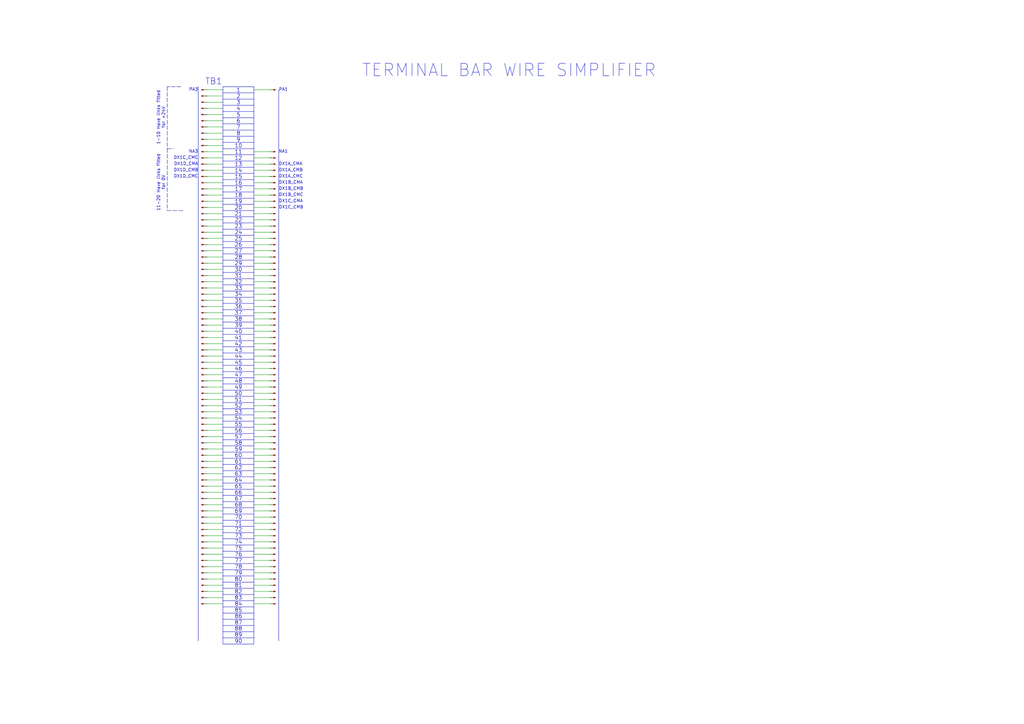
<source format=kicad_sch>
(kicad_sch (version 20250114) (generator "eeschema") (generator_version "9.0")
  (paper "A3")
  (rectangle (start 91.44 35.56) (end 104.14 264.16))
  (text "NA1" (at 114.3 62.23 0) (effects (font (size 1.27 1.27)) (justify left)))
  (text "DX1C_CMB" (at 114.3 85.09 0) (effects (font (size 1.27 1.27)) (justify left)))
  (text "DX1D_CMA" (at 81.28 67.31 0) (effects (font (size 1.27 1.27)) (justify right)))
  (text "DX1A_CMA" (at 114.3 67.31 0) (effects (font (size 1.27 1.27)) (justify left)))
  (text "DX1D_CMB" (at 81.28 69.85 0) (effects (font (size 1.27 1.27)) (justify right)))
  (text "DX1D_CMC" (at 81.28 72.39 0) (effects (font (size 1.27 1.27)) (justify right)))
  (text "11-20 Have links fitted\nfor 0V" (at 66.04 74.93 90) (effects (font (size 1.27 1.27))))
  (text "DX1A_CMC" (at 114.3 72.39 0) (effects (font (size 1.27 1.27)) (justify left)))
  (text "DX1B_CMB" (at 114.3 77.47 0) (effects (font (size 1.27 1.27)) (justify left)))
  (text "1-10 Have links fitted\nfor +24V" (at 66.04 48.26 90) (effects (font (size 1.27 1.27))))
  (text "PA1" (at 114.3 36.83 0) (effects (font (size 1.27 1.27)) (justify left)))
  (text "NA3" (at 81.28 62.23 0) (effects (font (size 1.27 1.27)) (justify right)))
  (text "DX1C_CMC" (at 81.28 64.77 0) (effects (font (size 1.27 1.27)) (justify right)))
  (text "PA3" (at 81.28 36.83 0) (effects (font (size 1.27 1.27)) (justify right)))
  (text "TB1" (at 87.63 33.528 0) (effects (font (size 2.54 2.54))))
  (text "DX1C_CMA" (at 114.3 82.55 0) (effects (font (size 1.27 1.27)) (justify left)))
  (text "1\n2\n3\n4\n5\n6\n7\n8\n9\n10\n11\n12\n13\n14\n15\n16\n17\n18\n19\n20\n21\n22\n23\n24\n25\n26\n27\n28\n29\n30\n31\n32\n33\n34\n35\n36\n37\n38\n39\n40" (at 97.79 86.614 0) (effects (font (size 1.5773 1.5773))))
  (text "DX1B_CMC" (at 114.3 80.01 0) (effects (font (size 1.27 1.27)) (justify left)))
  (text "DX1B_CMA" (at 114.3 74.93 0) (effects (font (size 1.27 1.27)) (justify left)))
  (text "41\n42\n43\n44\n45\n46\n47\n48\n49\n50\n51\n52\n53\n54\n55\n56\n57\n58\n59\n60\n61\n62\n63\n64\n65\n66\n67\n68\n69\n70\n71\n72\n73\n74\n75\n76\n77\n78\n79\n80\n81\n82\n83\n84\n85\n86\n87\n88\n89\n90" (at 97.79 200.914 0) (effects (font (size 1.5773 1.5773))))
  (text "DX1A_CMB" (at 114.3 69.85 0) (effects (font (size 1.27 1.27)) (justify left)))
  (text "TERMINAL BAR WIRE SIMPLIFIER" (at 208.788 28.956 0) (effects (font (size 5.08 5.08))))
  (polyline (pts (xy 91.44 48.26) (xy 104.14 48.26)))
  (wire (pts (xy 91.44 125.73) (xy 83.82 125.73)))
  (polyline (pts (xy 91.44 124.46) (xy 104.14 124.46)))
  (polyline (pts (xy 91.44 63.5) (xy 104.14 63.5)))
  (wire (pts (xy 91.44 196.85) (xy 83.82 196.85)))
  (polyline (pts (xy 74.168 35.56) (xy 68.58 35.56)) (stroke (width 0) (type dash)))
  (wire (pts (xy 91.44 100.33) (xy 83.82 100.33)))
  (wire (pts (xy 91.44 143.51) (xy 83.82 143.51)))
  (polyline (pts (xy 91.44 172.72) (xy 104.14 172.72)))
  (wire (pts (xy 104.14 92.71) (xy 111.76 92.71)))
  (wire (pts (xy 91.44 80.01) (xy 83.82 80.01)))
  (wire (pts (xy 104.14 128.27) (xy 111.76 128.27)))
  (polyline (pts (xy 91.44 134.62) (xy 104.14 134.62)))
  (wire (pts (xy 91.44 163.83) (xy 83.82 163.83)))
  (polyline (pts (xy 91.44 55.88) (xy 104.14 55.88)))
  (wire (pts (xy 91.44 212.09) (xy 83.82 212.09)))
  (polyline (pts (xy 91.44 73.66) (xy 104.14 73.66)))
  (polyline (pts (xy 91.44 43.18) (xy 104.14 43.18)))
  (wire (pts (xy 104.14 163.83) (xy 111.76 163.83)))
  (polyline (pts (xy 91.44 182.88) (xy 104.14 182.88)))
  (wire (pts (xy 104.14 120.65) (xy 111.76 120.65)))
  (wire (pts (xy 91.44 158.75) (xy 83.82 158.75)))
  (polyline (pts (xy 91.44 99.06) (xy 104.14 99.06)))
  (wire (pts (xy 91.44 209.55) (xy 83.82 209.55)))
  (wire (pts (xy 91.44 59.69) (xy 83.82 59.69)))
  (wire (pts (xy 104.14 133.35) (xy 111.76 133.35)))
  (wire (pts (xy 91.44 95.25) (xy 83.82 95.25)))
  (polyline (pts (xy 91.44 241.3) (xy 104.14 241.3)))
  (wire (pts (xy 104.14 90.17) (xy 111.76 90.17)))
  (wire (pts (xy 91.44 240.03) (xy 83.82 240.03)))
  (polyline (pts (xy 91.44 203.2) (xy 104.14 203.2)))
  (polyline (pts (xy 91.44 45.72) (xy 104.14 45.72)))
  (wire (pts (xy 104.14 191.77) (xy 111.76 191.77)))
  (wire (pts (xy 104.14 219.71) (xy 111.76 219.71)))
  (wire (pts (xy 91.44 120.65) (xy 83.82 120.65)))
  (wire (pts (xy 91.44 191.77) (xy 83.82 191.77)))
  (polyline (pts (xy 91.44 50.8) (xy 104.14 50.8)))
  (wire (pts (xy 104.14 204.47) (xy 111.76 204.47)))
  (polyline (pts (xy 91.44 238.76) (xy 104.14 238.76)))
  (wire (pts (xy 104.14 237.49) (xy 111.76 237.49)))
  (wire (pts (xy 91.44 207.01) (xy 83.82 207.01)))
  (wire (pts (xy 104.14 179.07) (xy 111.76 179.07)))
  (polyline (pts (xy 91.44 149.86) (xy 104.14 149.86)))
  (wire (pts (xy 104.14 224.79) (xy 111.76 224.79)))
  (wire (pts (xy 91.44 82.55) (xy 83.82 82.55)))
  (wire (pts (xy 104.14 97.79) (xy 111.76 97.79)))
  (polyline (pts (xy 91.44 205.74) (xy 104.14 205.74)))
  (polyline (pts (xy 91.44 114.3) (xy 104.14 114.3)))
  (wire (pts (xy 91.44 227.33) (xy 83.82 227.33)))
  (wire (pts (xy 91.44 247.65) (xy 83.82 247.65)))
  (wire (pts (xy 104.14 153.67) (xy 111.76 153.67)))
  (polyline (pts (xy 91.44 218.44) (xy 104.14 218.44)))
  (polyline (pts (xy 91.44 93.98) (xy 104.14 93.98)))
  (polyline (pts (xy 91.44 152.4) (xy 104.14 152.4)))
  (wire (pts (xy 91.44 36.83) (xy 83.82 36.83)))
  (wire (pts (xy 91.44 242.57) (xy 83.82 242.57)))
  (wire (pts (xy 104.14 214.63) (xy 111.76 214.63)))
  (wire (pts (xy 104.14 166.37) (xy 111.76 166.37)))
  (polyline (pts (xy 114.3 36.83) (xy 114.3 262.89)))
  (polyline (pts (xy 91.44 162.56) (xy 104.14 162.56)))
  (polyline (pts (xy 91.44 76.2) (xy 104.14 76.2)))
  (wire (pts (xy 91.44 128.27) (xy 83.82 128.27)))
  (wire (pts (xy 104.14 181.61) (xy 111.76 181.61)))
  (wire (pts (xy 91.44 102.87) (xy 83.82 102.87)))
  (wire (pts (xy 91.44 194.31) (xy 83.82 194.31)))
  (wire (pts (xy 104.14 194.31) (xy 111.76 194.31)))
  (wire (pts (xy 104.14 234.95) (xy 111.76 234.95)))
  (wire (pts (xy 91.44 184.15) (xy 83.82 184.15)))
  (wire (pts (xy 104.14 62.23) (xy 111.76 62.23)))
  (wire (pts (xy 104.14 115.57) (xy 111.76 115.57)))
  (wire (pts (xy 91.44 146.05) (xy 83.82 146.05)))
  (polyline (pts (xy 91.44 104.14) (xy 104.14 104.14)))
  (wire (pts (xy 104.14 143.51) (xy 111.76 143.51)))
  (wire (pts (xy 104.14 105.41) (xy 111.76 105.41)))
  (polyline (pts (xy 68.58 60.96) (xy 71.12 60.96)) (stroke (width 0) (type dash)))
  (polyline (pts (xy 91.44 210.82) (xy 104.14 210.82)))
  (wire (pts (xy 91.44 201.93) (xy 83.82 201.93)))
  (wire (pts (xy 104.14 125.73) (xy 111.76 125.73)))
  (polyline (pts (xy 91.44 193.04) (xy 104.14 193.04)))
  (wire (pts (xy 91.44 115.57) (xy 83.82 115.57)))
  (polyline (pts (xy 74.93 86.36) (xy 68.58 86.36)) (stroke (width 0) (type dash)))
  (wire (pts (xy 91.44 219.71) (xy 83.82 219.71)))
  (wire (pts (xy 104.14 217.17) (xy 111.76 217.17)))
  (wire (pts (xy 91.44 135.89) (xy 83.82 135.89)))
  (polyline (pts (xy 91.44 246.38) (xy 104.14 246.38)))
  (polyline (pts (xy 91.44 243.84) (xy 104.14 243.84)))
  (wire (pts (xy 104.14 138.43) (xy 111.76 138.43)))
  (wire (pts (xy 91.44 171.45) (xy 83.82 171.45)))
  (wire (pts (xy 104.14 212.09) (xy 111.76 212.09)))
  (wire (pts (xy 104.14 171.45) (xy 111.76 171.45)))
  (wire (pts (xy 104.14 232.41) (xy 111.76 232.41)))
  (polyline (pts (xy 91.44 170.18) (xy 104.14 170.18)))
  (wire (pts (xy 91.44 222.25) (xy 83.82 222.25)))
  (wire (pts (xy 91.44 85.09) (xy 83.82 85.09)))
  (wire (pts (xy 91.44 67.31) (xy 83.82 67.31)))
  (wire (pts (xy 91.44 49.53) (xy 83.82 49.53)))
  (polyline (pts (xy 91.44 177.8) (xy 104.14 177.8)))
  (wire (pts (xy 91.44 118.11) (xy 83.82 118.11)))
  (wire (pts (xy 104.14 176.53) (xy 111.76 176.53)))
  (polyline (pts (xy 91.44 208.28) (xy 104.14 208.28)))
  (wire (pts (xy 91.44 148.59) (xy 83.82 148.59)))
  (wire (pts (xy 104.14 148.59) (xy 111.76 148.59)))
  (wire (pts (xy 91.44 133.35) (xy 83.82 133.35)))
  (wire (pts (xy 91.44 77.47) (xy 83.82 77.47)))
  (wire (pts (xy 104.14 102.87) (xy 111.76 102.87)))
  (wire (pts (xy 91.44 140.97) (xy 83.82 140.97)))
  (wire (pts (xy 104.14 184.15) (xy 111.76 184.15)))
  (wire (pts (xy 91.44 97.79) (xy 83.82 97.79)))
  (wire (pts (xy 91.44 181.61) (xy 83.82 181.61)))
  (polyline (pts (xy 91.44 132.08) (xy 104.14 132.08)))
  (wire (pts (xy 104.14 130.81) (xy 111.76 130.81)))
  (polyline (pts (xy 91.44 261.62) (xy 104.14 261.62)))
  (wire (pts (xy 91.44 179.07) (xy 83.82 179.07)))
  (polyline (pts (xy 91.44 137.16) (xy 104.14 137.16)))
  (wire (pts (xy 104.14 158.75) (xy 111.76 158.75)))
  (wire (pts (xy 91.44 90.17) (xy 83.82 90.17)))
  (wire (pts (xy 91.44 123.19) (xy 83.82 123.19)))
  (polyline (pts (xy 91.44 180.34) (xy 104.14 180.34)))
  (polyline (pts (xy 91.44 154.94) (xy 104.14 154.94)))
  (wire (pts (xy 104.14 100.33) (xy 111.76 100.33)))
  (wire (pts (xy 91.44 39.37) (xy 83.82 39.37)))
  (wire (pts (xy 104.14 36.83) (xy 111.76 36.83)))
  (polyline (pts (xy 91.44 167.64) (xy 104.14 167.64)))
  (wire (pts (xy 91.44 176.53) (xy 83.82 176.53)))
  (polyline (pts (xy 91.44 88.9) (xy 104.14 88.9)))
  (polyline (pts (xy 91.44 81.28) (xy 104.14 81.28)))
  (polyline (pts (xy 91.44 175.26) (xy 104.14 175.26)))
  (wire (pts (xy 91.44 69.85) (xy 83.82 69.85)))
  (wire (pts (xy 91.44 62.23) (xy 83.82 62.23)))
  (wire (pts (xy 104.14 207.01) (xy 111.76 207.01)))
  (wire (pts (xy 91.44 52.07) (xy 83.82 52.07)))
  (polyline (pts (xy 91.44 256.54) (xy 104.14 256.54)))
  (polyline (pts (xy 91.44 129.54) (xy 104.14 129.54)))
  (wire (pts (xy 104.14 242.57) (xy 111.76 242.57)))
  (wire (pts (xy 104.14 74.93) (xy 111.76 74.93)))
  (wire (pts (xy 104.14 146.05) (xy 111.76 146.05)))
  (polyline (pts (xy 91.44 38.1) (xy 104.14 38.1)))
  (wire (pts (xy 104.14 247.65) (xy 111.76 247.65)))
  (wire (pts (xy 104.14 245.11) (xy 111.76 245.11)))
  (polyline (pts (xy 91.44 142.24) (xy 104.14 142.24)))
  (wire (pts (xy 91.44 156.21) (xy 83.82 156.21)))
  (polyline (pts (xy 91.44 40.64) (xy 104.14 40.64)))
  (wire (pts (xy 104.14 222.25) (xy 111.76 222.25)))
  (wire (pts (xy 91.44 41.91) (xy 83.82 41.91)))
  (wire (pts (xy 104.14 161.29) (xy 111.76 161.29)))
  (wire (pts (xy 104.14 110.49) (xy 111.76 110.49)))
  (polyline (pts (xy 91.44 58.42) (xy 104.14 58.42)))
  (wire (pts (xy 91.44 153.67) (xy 83.82 153.67)))
  (polyline (pts (xy 91.44 147.32) (xy 104.14 147.32)))
  (wire (pts (xy 104.14 156.21) (xy 111.76 156.21)))
  (wire (pts (xy 104.14 240.03) (xy 111.76 240.03)))
  (polyline (pts (xy 81.28 35.56) (xy 81.28 262.89)))
  (polyline (pts (xy 91.44 259.08) (xy 104.14 259.08)))
  (wire (pts (xy 104.14 201.93) (xy 111.76 201.93)))
  (wire (pts (xy 91.44 57.15) (xy 83.82 57.15)))
  (wire (pts (xy 91.44 46.99) (xy 83.82 46.99)))
  (polyline (pts (xy 91.44 101.6) (xy 104.14 101.6)))
  (wire (pts (xy 104.14 168.91) (xy 111.76 168.91)))
  (wire (pts (xy 91.44 214.63) (xy 83.82 214.63)))
  (polyline (pts (xy 91.44 60.96) (xy 104.14 60.96)))
  (polyline (pts (xy 91.44 111.76) (xy 104.14 111.76)))
  (polyline (pts (xy 68.58 60.96) (xy 68.58 86.36)) (stroke (width 0) (type dash)))
  (wire (pts (xy 104.14 186.69) (xy 111.76 186.69)))
  (wire (pts (xy 91.44 232.41) (xy 83.82 232.41)))
  (polyline (pts (xy 91.44 198.12) (xy 104.14 198.12)))
  (polyline (pts (xy 91.44 71.12) (xy 104.14 71.12)))
  (polyline (pts (xy 91.44 106.68) (xy 104.14 106.68)))
  (polyline (pts (xy 91.44 228.6) (xy 104.14 228.6)))
  (wire (pts (xy 104.14 151.13) (xy 111.76 151.13)))
  (polyline (pts (xy 91.44 248.92) (xy 104.14 248.92)))
  (wire (pts (xy 104.14 82.55) (xy 111.76 82.55)))
  (wire (pts (xy 104.14 196.85) (xy 111.76 196.85)))
  (wire (pts (xy 91.44 138.43) (xy 83.82 138.43)))
  (polyline (pts (xy 91.44 139.7) (xy 104.14 139.7)))
  (wire (pts (xy 104.14 227.33) (xy 111.76 227.33)))
  (wire (pts (xy 91.44 105.41) (xy 83.82 105.41)))
  (wire (pts (xy 91.44 237.49) (xy 83.82 237.49)))
  (polyline (pts (xy 91.44 144.78) (xy 104.14 144.78)))
  (wire (pts (xy 91.44 44.45) (xy 83.82 44.45)))
  (wire (pts (xy 104.14 199.39) (xy 111.76 199.39)))
  (wire (pts (xy 91.44 74.93) (xy 83.82 74.93)))
  (wire (pts (xy 104.14 87.63) (xy 111.76 87.63)))
  (wire (pts (xy 91.44 229.87) (xy 83.82 229.87)))
  (polyline (pts (xy 91.44 190.5) (xy 104.14 190.5)))
  (wire (pts (xy 91.44 92.71) (xy 83.82 92.71)))
  (wire (pts (xy 91.44 217.17) (xy 83.82 217.17)))
  (wire (pts (xy 91.44 161.29) (xy 83.82 161.29)))
  (polyline (pts (xy 91.44 223.52) (xy 104.14 223.52)))
  (polyline (pts (xy 91.44 185.42) (xy 104.14 185.42)))
  (wire (pts (xy 91.44 130.81) (xy 83.82 130.81)))
  (wire (pts (xy 91.44 245.11) (xy 83.82 245.11)))
  (wire (pts (xy 91.44 110.49) (xy 83.82 110.49)))
  (wire (pts (xy 91.44 204.47) (xy 83.82 204.47)))
  (polyline (pts (xy 91.44 116.84) (xy 104.14 116.84)))
  (wire (pts (xy 104.14 80.01) (xy 111.76 80.01)))
  (polyline (pts (xy 91.44 187.96) (xy 104.14 187.96)))
  (wire (pts (xy 91.44 189.23) (xy 83.82 189.23)))
  (wire (pts (xy 104.14 140.97) (xy 111.76 140.97)))
  (wire (pts (xy 104.14 95.25) (xy 111.76 95.25)))
  (polyline (pts (xy 91.44 91.44) (xy 104.14 91.44)))
  (wire (pts (xy 104.14 69.85) (xy 111.76 69.85)))
  (wire (pts (xy 104.14 118.11) (xy 111.76 118.11)))
  (polyline (pts (xy 91.44 109.22) (xy 104.14 109.22)))
  (polyline (pts (xy 91.44 254) (xy 104.14 254)))
  (wire (pts (xy 91.44 186.69) (xy 83.82 186.69)))
  (wire (pts (xy 104.14 107.95) (xy 111.76 107.95)))
  (wire (pts (xy 104.14 85.09) (xy 111.76 85.09)))
  (polyline (pts (xy 91.44 213.36) (xy 104.14 213.36)))
  (wire (pts (xy 104.14 173.99) (xy 111.76 173.99)))
  (wire (pts (xy 91.44 234.95) (xy 83.82 234.95)))
  (polyline (pts (xy 91.44 121.92) (xy 104.14 121.92)))
  (wire (pts (xy 91.44 87.63) (xy 83.82 87.63)))
  (wire (pts (xy 104.14 72.39) (xy 111.76 72.39)))
  (polyline (pts (xy 91.44 220.98) (xy 104.14 220.98)))
  (wire (pts (xy 91.44 113.03) (xy 83.82 113.03)))
  (wire (pts (xy 91.44 224.79) (xy 83.82 224.79)))
  (wire (pts (xy 104.14 229.87) (xy 111.76 229.87)))
  (polyline (pts (xy 91.44 165.1) (xy 104.14 165.1)))
  (polyline (pts (xy 91.44 86.36) (xy 104.14 86.36)))
  (polyline (pts (xy 91.44 200.66) (xy 104.14 200.66)))
  (polyline (pts (xy 91.44 236.22) (xy 104.14 236.22)))
  (wire (pts (xy 104.14 67.31) (xy 111.76 67.31)))
  (polyline (pts (xy 91.44 251.46) (xy 104.14 251.46)))
  (polyline (pts (xy 91.44 66.04) (xy 104.14 66.04)))
  (polyline (pts (xy 91.44 119.38) (xy 104.14 119.38)))
  (polyline (pts (xy 91.44 195.58) (xy 104.14 195.58)))
  (polyline (pts (xy 91.44 226.06) (xy 104.14 226.06)))
  (wire (pts (xy 91.44 54.61) (xy 83.82 54.61)))
  (wire (pts (xy 91.44 168.91) (xy 83.82 168.91)))
  (polyline (pts (xy 91.44 68.58) (xy 104.14 68.58)))
  (wire (pts (xy 91.44 64.77) (xy 83.82 64.77)))
  (polyline (pts (xy 91.44 233.68) (xy 104.14 233.68)))
  (polyline (pts (xy 68.58 35.56) (xy 68.58 60.96)) (stroke (width 0) (type dash)))
  (wire (pts (xy 91.44 173.99) (xy 83.82 173.99)))
  (polyline (pts (xy 91.44 78.74) (xy 104.14 78.74)))
  (wire (pts (xy 104.14 123.19) (xy 111.76 123.19)))
  (polyline (pts (xy 91.44 160.02) (xy 104.14 160.02)))
  (wire (pts (xy 104.14 209.55) (xy 111.76 209.55)))
  (polyline (pts (xy 91.44 157.48) (xy 104.14 157.48)))
  (polyline (pts (xy 91.44 53.34) (xy 104.14 53.34)))
  (wire (pts (xy 104.14 189.23) (xy 111.76 189.23)))
  (wire (pts (xy 91.44 166.37) (xy 83.82 166.37)))
  (wire (pts (xy 91.44 72.39) (xy 83.82 72.39)))
  (wire (pts (xy 104.14 64.77) (xy 111.76 64.77)))
  (wire (pts (xy 104.14 135.89) (xy 111.76 135.89)))
  (wire (pts (xy 91.44 199.39) (xy 83.82 199.39)))
  (wire (pts (xy 104.14 77.47) (xy 111.76 77.47)))
  (wire (pts (xy 104.14 113.03) (xy 111.76 113.03)))
  (polyline (pts (xy 91.44 96.52) (xy 104.14 96.52)))
  (wire (pts (xy 91.44 107.95) (xy 83.82 107.95)))
  (wire (pts (xy 91.44 151.13) (xy 83.82 151.13)))
  (polyline (pts (xy 91.44 215.9) (xy 104.14 215.9)))
  (polyline (pts (xy 91.44 231.14) (xy 104.14 231.14)))
  (polyline (pts (xy 91.44 127) (xy 104.14 127)))
  (polyline (pts (xy 91.44 83.82) (xy 104.14 83.82)))
  (symbol (lib_id "Graphic:SYM_Arrow_Tiny") (at 83.82 113.03 0) (mirror y) (unit 1)
    (property "Reference" "#SYM151" (effects (hide yes)))
    (property "Value" "SYM_Arrow_Tiny" (effects (hide yes)))
    (property "Description" "Filled arrow, 100mil" (effects (hide yes)))
  )
  (symbol (lib_id "Graphic:SYM_Arrow_Tiny") (at 83.82 135.89 0) (mirror y) (unit 1)
    (property "Reference" "#SYM160" (effects (hide yes)))
    (property "Value" "SYM_Arrow_Tiny" (effects (hide yes)))
    (property "Description" "Filled arrow, 100mil" (effects (hide yes)))
  )
  (symbol (lib_id "Graphic:SYM_Arrow_Tiny") (at 111.76 118.11 0) (unit 1)
    (property "Reference" "#SYM57" (effects (hide yes)))
    (property "Value" "SYM_Arrow_Tiny" (effects (hide yes)))
    (property "Description" "Filled arrow, 100mil" (effects (hide yes)))
  )
  (symbol (lib_id "Graphic:SYM_Arrow_Tiny") (at 83.82 166.37 0) (mirror y) (unit 1)
    (property "Reference" "#SYM172" (effects (hide yes)))
    (property "Value" "SYM_Arrow_Tiny" (effects (hide yes)))
    (property "Description" "Filled arrow, 100mil" (effects (hide yes)))
  )
  (symbol (lib_id "Graphic:SYM_Arrow_Tiny") (at 83.82 59.69 0) (mirror y) (unit 1)
    (property "Reference" "#SYM130" (effects (hide yes)))
    (property "Value" "SYM_Arrow_Tiny" (effects (hide yes)))
    (property "Description" "Filled arrow, 100mil" (effects (hide yes)))
  )
  (symbol (lib_id "Graphic:SYM_Arrow_Tiny") (at 111.76 133.35 0) (unit 1)
    (property "Reference" "#SYM63" (effects (hide yes)))
    (property "Value" "SYM_Arrow_Tiny" (effects (hide yes)))
    (property "Description" "Filled arrow, 100mil" (effects (hide yes)))
  )
  (symbol (lib_id "Graphic:SYM_Arrow_Tiny") (at 83.82 74.93 0) (mirror y) (unit 1)
    (property "Reference" "#SYM136" (effects (hide yes)))
    (property "Value" "SYM_Arrow_Tiny" (effects (hide yes)))
    (property "Description" "Filled arrow, 100mil" (effects (hide yes)))
  )
  (symbol (lib_id "Graphic:SYM_Arrow_Tiny") (at 83.82 57.15 0) (mirror y) (unit 1)
    (property "Reference" "#SYM129" (effects (hide yes)))
    (property "Value" "SYM_Arrow_Tiny" (effects (hide yes)))
    (property "Description" "Filled arrow, 100mil" (effects (hide yes)))
  )
  (symbol (lib_id "Graphic:SYM_Arrow_Tiny") (at 111.76 158.75 0) (unit 1)
    (property "Reference" "#SYM73" (effects (hide yes)))
    (property "Value" "SYM_Arrow_Tiny" (effects (hide yes)))
    (property "Description" "Filled arrow, 100mil" (effects (hide yes)))
  )
  (symbol (lib_id "Graphic:SYM_Arrow_Tiny") (at 111.76 85.09 0) (unit 1)
    (property "Reference" "#SYM44" (effects (hide yes)))
    (property "Value" "SYM_Arrow_Tiny" (effects (hide yes)))
    (property "Description" "Filled arrow, 100mil" (effects (hide yes)))
  )
  (symbol (lib_id "Graphic:SYM_Arrow_Tiny") (at 83.82 125.73 0) (mirror y) (unit 1)
    (property "Reference" "#SYM156" (effects (hide yes)))
    (property "Value" "SYM_Arrow_Tiny" (effects (hide yes)))
    (property "Description" "Filled arrow, 100mil" (effects (hide yes)))
  )
  (symbol (lib_id "Graphic:SYM_Arrow_Tiny") (at 83.82 148.59 0) (mirror y) (unit 1)
    (property "Reference" "#SYM165" (effects (hide yes)))
    (property "Value" "SYM_Arrow_Tiny" (effects (hide yes)))
    (property "Description" "Filled arrow, 100mil" (effects (hide yes)))
  )
  (symbol (lib_id "Graphic:SYM_Arrow_Tiny") (at 83.82 64.77 0) (mirror y) (unit 1)
    (property "Reference" "#SYM132" (effects (hide yes)))
    (property "Value" "SYM_Arrow_Tiny" (effects (hide yes)))
    (property "Description" "Filled arrow, 100mil" (effects (hide yes)))
  )
  (symbol (lib_id "Graphic:SYM_Arrow_Tiny") (at 111.76 100.33 0) (unit 1)
    (property "Reference" "#SYM50" (effects (hide yes)))
    (property "Value" "SYM_Arrow_Tiny" (effects (hide yes)))
    (property "Description" "Filled arrow, 100mil" (effects (hide yes)))
  )
  (symbol (lib_id "Graphic:SYM_Arrow_Tiny") (at 111.76 77.47 0) (unit 1)
    (property "Reference" "#SYM41" (effects (hide yes)))
    (property "Value" "SYM_Arrow_Tiny" (effects (hide yes)))
    (property "Description" "Filled arrow, 100mil" (effects (hide yes)))
  )
  (symbol (lib_id "Graphic:SYM_Arrow_Tiny") (at 83.82 102.87 0) (mirror y) (unit 1)
    (property "Reference" "#SYM147" (effects (hide yes)))
    (property "Value" "SYM_Arrow_Tiny" (effects (hide yes)))
    (property "Description" "Filled arrow, 100mil" (effects (hide yes)))
  )
  (symbol (lib_id "Graphic:SYM_Arrow_Tiny") (at 83.82 120.65 0) (mirror y) (unit 1)
    (property "Reference" "#SYM154" (effects (hide yes)))
    (property "Value" "SYM_Arrow_Tiny" (effects (hide yes)))
    (property "Description" "Filled arrow, 100mil" (effects (hide yes)))
  )
  (symbol (lib_id "Graphic:SYM_Arrow_Tiny") (at 111.76 138.43 0) (unit 1)
    (property "Reference" "#SYM65" (effects (hide yes)))
    (property "Value" "SYM_Arrow_Tiny" (effects (hide yes)))
    (property "Description" "Filled arrow, 100mil" (effects (hide yes)))
  )
  (symbol (lib_id "Graphic:SYM_Arrow_Tiny") (at 111.76 80.01 0) (unit 1)
    (property "Reference" "#SYM42" (effects (hide yes)))
    (property "Value" "SYM_Arrow_Tiny" (effects (hide yes)))
    (property "Description" "Filled arrow, 100mil" (effects (hide yes)))
  )
  (symbol (lib_id "Graphic:SYM_Arrow_Tiny") (at 111.76 181.61 0) (unit 1)
    (property "Reference" "#SYM82" (effects (hide yes)))
    (property "Value" "SYM_Arrow_Tiny" (effects (hide yes)))
    (property "Description" "Filled arrow, 100mil" (effects (hide yes)))
  )
  (symbol (lib_id "Graphic:SYM_Arrow_Tiny") (at 83.82 44.45 0) (mirror y) (unit 1)
    (property "Reference" "#SYM124" (effects (hide yes)))
    (property "Value" "SYM_Arrow_Tiny" (effects (hide yes)))
    (property "Description" "Filled arrow, 100mil" (effects (hide yes)))
  )
  (symbol (lib_id "Graphic:SYM_Arrow_Tiny") (at 83.82 222.25 0) (mirror y) (unit 1)
    (property "Reference" "#SYM194" (effects (hide yes)))
    (property "Value" "SYM_Arrow_Tiny" (effects (hide yes)))
    (property "Description" "Filled arrow, 100mil" (effects (hide yes)))
  )
  (symbol (lib_id "Graphic:SYM_Arrow_Tiny") (at 83.82 62.23 0) (mirror y) (unit 1)
    (property "Reference" "#SYM131" (effects (hide yes)))
    (property "Value" "SYM_Arrow_Tiny" (effects (hide yes)))
    (property "Description" "Filled arrow, 100mil" (effects (hide yes)))
  )
  (symbol (lib_id "Graphic:SYM_Arrow_Tiny") (at 83.82 123.19 0) (mirror y) (unit 1)
    (property "Reference" "#SYM155" (effects (hide yes)))
    (property "Value" "SYM_Arrow_Tiny" (effects (hide yes)))
    (property "Description" "Filled arrow, 100mil" (effects (hide yes)))
  )
  (symbol (lib_id "Graphic:SYM_Arrow_Tiny") (at 83.82 115.57 0) (mirror y) (unit 1)
    (property "Reference" "#SYM152" (effects (hide yes)))
    (property "Value" "SYM_Arrow_Tiny" (effects (hide yes)))
    (property "Description" "Filled arrow, 100mil" (effects (hide yes)))
  )
  (symbol (lib_id "Graphic:SYM_Arrow_Tiny") (at 83.82 54.61 0) (mirror y) (unit 1)
    (property "Reference" "#SYM128" (effects (hide yes)))
    (property "Value" "SYM_Arrow_Tiny" (effects (hide yes)))
    (property "Description" "Filled arrow, 100mil" (effects (hide yes)))
  )
  (symbol (lib_id "Graphic:SYM_Arrow_Tiny") (at 83.82 212.09 0) (mirror y) (unit 1)
    (property "Reference" "#SYM190" (effects (hide yes)))
    (property "Value" "SYM_Arrow_Tiny" (effects (hide yes)))
    (property "Description" "Filled arrow, 100mil" (effects (hide yes)))
  )
  (symbol (lib_id "Graphic:SYM_Arrow_Tiny") (at 83.82 146.05 0) (mirror y) (unit 1)
    (property "Reference" "#SYM164" (effects (hide yes)))
    (property "Value" "SYM_Arrow_Tiny" (effects (hide yes)))
    (property "Description" "Filled arrow, 100mil" (effects (hide yes)))
  )
  (symbol (lib_id "Graphic:SYM_Arrow_Tiny") (at 111.76 87.63 0) (unit 1)
    (property "Reference" "#SYM45" (effects (hide yes)))
    (property "Value" "SYM_Arrow_Tiny" (effects (hide yes)))
    (property "Description" "Filled arrow, 100mil" (effects (hide yes)))
  )
  (symbol (lib_id "Graphic:SYM_Arrow_Tiny") (at 83.82 140.97 0) (mirror y) (unit 1)
    (property "Reference" "#SYM162" (effects (hide yes)))
    (property "Value" "SYM_Arrow_Tiny" (effects (hide yes)))
    (property "Description" "Filled arrow, 100mil" (effects (hide yes)))
  )
  (symbol (lib_id "Graphic:SYM_Arrow_Tiny") (at 111.76 184.15 0) (unit 1)
    (property "Reference" "#SYM83" (effects (hide yes)))
    (property "Value" "SYM_Arrow_Tiny" (effects (hide yes)))
    (property "Description" "Filled arrow, 100mil" (effects (hide yes)))
  )
  (symbol (lib_id "Graphic:SYM_Arrow_Tiny") (at 83.82 209.55 0) (mirror y) (unit 1)
    (property "Reference" "#SYM189" (effects (hide yes)))
    (property "Value" "SYM_Arrow_Tiny" (effects (hide yes)))
    (property "Description" "Filled arrow, 100mil" (effects (hide yes)))
  )
  (symbol (lib_id "Graphic:SYM_Arrow_Tiny") (at 111.76 171.45 0) (unit 1)
    (property "Reference" "#SYM78" (effects (hide yes)))
    (property "Value" "SYM_Arrow_Tiny" (effects (hide yes)))
    (property "Description" "Filled arrow, 100mil" (effects (hide yes)))
  )
  (symbol (lib_id "Graphic:SYM_Arrow_Tiny") (at 111.76 242.57 0) (unit 1)
    (property "Reference" "#SYM106" (effects (hide yes)))
    (property "Value" "SYM_Arrow_Tiny" (effects (hide yes)))
    (property "Description" "Filled arrow, 100mil" (effects (hide yes)))
  )
  (symbol (lib_id "Graphic:SYM_Arrow_Tiny") (at 83.82 41.91 0) (mirror y) (unit 1)
    (property "Reference" "#SYM123" (effects (hide yes)))
    (property "Value" "SYM_Arrow_Tiny" (effects (hide yes)))
    (property "Description" "Filled arrow, 100mil" (effects (hide yes)))
  )
  (symbol (lib_id "Graphic:SYM_Arrow_Tiny") (at 83.82 168.91 0) (mirror y) (unit 1)
    (property "Reference" "#SYM173" (effects (hide yes)))
    (property "Value" "SYM_Arrow_Tiny" (effects (hide yes)))
    (property "Description" "Filled arrow, 100mil" (effects (hide yes)))
  )
  (symbol (lib_id "Graphic:SYM_Arrow_Tiny") (at 83.82 240.03 0) (mirror y) (unit 1)
    (property "Reference" "#SYM201" (effects (hide yes)))
    (property "Value" "SYM_Arrow_Tiny" (effects (hide yes)))
    (property "Description" "Filled arrow, 100mil" (effects (hide yes)))
  )
  (symbol (lib_id "Graphic:SYM_Arrow_Tiny") (at 111.76 229.87 0) (unit 1)
    (property "Reference" "#SYM101" (effects (hide yes)))
    (property "Value" "SYM_Arrow_Tiny" (effects (hide yes)))
    (property "Description" "Filled arrow, 100mil" (effects (hide yes)))
  )
  (symbol (lib_id "Graphic:SYM_Arrow_Tiny") (at 83.82 189.23 0) (mirror y) (unit 1)
    (property "Reference" "#SYM181" (effects (hide yes)))
    (property "Value" "SYM_Arrow_Tiny" (effects (hide yes)))
    (property "Description" "Filled arrow, 100mil" (effects (hide yes)))
  )
  (symbol (lib_id "Graphic:SYM_Arrow_Tiny") (at 83.82 118.11 0) (mirror y) (unit 1)
    (property "Reference" "#SYM153" (effects (hide yes)))
    (property "Value" "SYM_Arrow_Tiny" (effects (hide yes)))
    (property "Description" "Filled arrow, 100mil" (effects (hide yes)))
  )
  (symbol (lib_id "Graphic:SYM_Arrow_Tiny") (at 111.76 237.49 0) (unit 1)
    (property "Reference" "#SYM104" (effects (hide yes)))
    (property "Value" "SYM_Arrow_Tiny" (effects (hide yes)))
    (property "Description" "Filled arrow, 100mil" (effects (hide yes)))
  )
  (symbol (lib_id "Graphic:SYM_Arrow_Tiny") (at 111.76 245.11 0) (unit 1)
    (property "Reference" "#SYM107" (effects (hide yes)))
    (property "Value" "SYM_Arrow_Tiny" (effects (hide yes)))
    (property "Description" "Filled arrow, 100mil" (effects (hide yes)))
  )
  (symbol (lib_id "Graphic:SYM_Arrow_Tiny") (at 111.76 214.63 0) (unit 1)
    (property "Reference" "#SYM95" (effects (hide yes)))
    (property "Value" "SYM_Arrow_Tiny" (effects (hide yes)))
    (property "Description" "Filled arrow, 100mil" (effects (hide yes)))
  )
  (symbol (lib_id "Graphic:SYM_Arrow_Tiny") (at 111.76 74.93 0) (unit 1)
    (property "Reference" "#SYM40" (effects (hide yes)))
    (property "Value" "SYM_Arrow_Tiny" (effects (hide yes)))
    (property "Description" "Filled arrow, 100mil" (effects (hide yes)))
  )
  (symbol (lib_id "Graphic:SYM_Arrow_Tiny") (at 111.76 217.17 0) (unit 1)
    (property "Reference" "#SYM96" (effects (hide yes)))
    (property "Value" "SYM_Arrow_Tiny" (effects (hide yes)))
    (property "Description" "Filled arrow, 100mil" (effects (hide yes)))
  )
  (symbol (lib_id "Graphic:SYM_Arrow_Tiny") (at 111.76 146.05 0) (unit 1)
    (property "Reference" "#SYM68" (effects (hide yes)))
    (property "Value" "SYM_Arrow_Tiny" (effects (hide yes)))
    (property "Description" "Filled arrow, 100mil" (effects (hide yes)))
  )
  (symbol (lib_id "Graphic:SYM_Arrow_Tiny") (at 111.76 102.87 0) (unit 1)
    (property "Reference" "#SYM51" (effects (hide yes)))
    (property "Value" "SYM_Arrow_Tiny" (effects (hide yes)))
    (property "Description" "Filled arrow, 100mil" (effects (hide yes)))
  )
  (symbol (lib_id "Graphic:SYM_Arrow_Tiny") (at 83.82 138.43 0) (mirror y) (unit 1)
    (property "Reference" "#SYM161" (effects (hide yes)))
    (property "Value" "SYM_Arrow_Tiny" (effects (hide yes)))
    (property "Description" "Filled arrow, 100mil" (effects (hide yes)))
  )
  (symbol (lib_id "Graphic:SYM_Arrow_Tiny") (at 111.76 128.27 0) (unit 1)
    (property "Reference" "#SYM61" (effects (hide yes)))
    (property "Value" "SYM_Arrow_Tiny" (effects (hide yes)))
    (property "Description" "Filled arrow, 100mil" (effects (hide yes)))
  )
  (symbol (lib_id "Graphic:SYM_Arrow_Tiny") (at 83.82 46.99 0) (mirror y) (unit 1)
    (property "Reference" "#SYM125" (effects (hide yes)))
    (property "Value" "SYM_Arrow_Tiny" (effects (hide yes)))
    (property "Description" "Filled arrow, 100mil" (effects (hide yes)))
  )
  (symbol (lib_id "Graphic:SYM_Arrow_Tiny") (at 111.76 234.95 0) (unit 1)
    (property "Reference" "#SYM103" (effects (hide yes)))
    (property "Value" "SYM_Arrow_Tiny" (effects (hide yes)))
    (property "Description" "Filled arrow, 100mil" (effects (hide yes)))
  )
  (symbol (lib_id "Graphic:SYM_Arrow_Tiny") (at 111.76 222.25 0) (unit 1)
    (property "Reference" "#SYM98" (effects (hide yes)))
    (property "Value" "SYM_Arrow_Tiny" (effects (hide yes)))
    (property "Description" "Filled arrow, 100mil" (effects (hide yes)))
  )
  (symbol (lib_id "Graphic:SYM_Arrow_Tiny") (at 111.76 130.81 0) (unit 1)
    (property "Reference" "#SYM62" (effects (hide yes)))
    (property "Value" "SYM_Arrow_Tiny" (effects (hide yes)))
    (property "Description" "Filled arrow, 100mil" (effects (hide yes)))
  )
  (symbol (lib_id "Graphic:SYM_Arrow_Tiny") (at 83.82 49.53 0) (mirror y) (unit 1)
    (property "Reference" "#SYM126" (effects (hide yes)))
    (property "Value" "SYM_Arrow_Tiny" (effects (hide yes)))
    (property "Description" "Filled arrow, 100mil" (effects (hide yes)))
  )
  (symbol (lib_id "Graphic:SYM_Arrow_Tiny") (at 111.76 95.25 0) (unit 1)
    (property "Reference" "#SYM48" (effects (hide yes)))
    (property "Value" "SYM_Arrow_Tiny" (effects (hide yes)))
    (property "Description" "Filled arrow, 100mil" (effects (hide yes)))
  )
  (symbol (lib_id "Graphic:SYM_Arrow_Tiny") (at 83.82 179.07 0) (mirror y) (unit 1)
    (property "Reference" "#SYM177" (effects (hide yes)))
    (property "Value" "SYM_Arrow_Tiny" (effects (hide yes)))
    (property "Description" "Filled arrow, 100mil" (effects (hide yes)))
  )
  (symbol (lib_id "Graphic:SYM_Arrow_Tiny") (at 111.76 201.93 0) (unit 1)
    (property "Reference" "#SYM90" (effects (hide yes)))
    (property "Value" "SYM_Arrow_Tiny" (effects (hide yes)))
    (property "Description" "Filled arrow, 100mil" (effects (hide yes)))
  )
  (symbol (lib_id "Graphic:SYM_Arrow_Tiny") (at 83.82 69.85 0) (mirror y) (unit 1)
    (property "Reference" "#SYM134" (effects (hide yes)))
    (property "Value" "SYM_Arrow_Tiny" (effects (hide yes)))
    (property "Description" "Filled arrow, 100mil" (effects (hide yes)))
  )
  (symbol (lib_id "Graphic:SYM_Arrow_Tiny") (at 83.82 229.87 0) (mirror y) (unit 1)
    (property "Reference" "#SYM197" (effects (hide yes)))
    (property "Value" "SYM_Arrow_Tiny" (effects (hide yes)))
    (property "Description" "Filled arrow, 100mil" (effects (hide yes)))
  )
  (symbol (lib_id "Graphic:SYM_Arrow_Tiny") (at 83.82 219.71 0) (mirror y) (unit 1)
    (property "Reference" "#SYM193" (effects (hide yes)))
    (property "Value" "SYM_Arrow_Tiny" (effects (hide yes)))
    (property "Description" "Filled arrow, 100mil" (effects (hide yes)))
  )
  (symbol (lib_id "Graphic:SYM_Arrow_Tiny") (at 111.76 199.39 0) (unit 1)
    (property "Reference" "#SYM89" (effects (hide yes)))
    (property "Value" "SYM_Arrow_Tiny" (effects (hide yes)))
    (property "Description" "Filled arrow, 100mil" (effects (hide yes)))
  )
  (symbol (lib_id "Graphic:SYM_Arrow_Tiny") (at 83.82 184.15 0) (mirror y) (unit 1)
    (property "Reference" "#SYM179" (effects (hide yes)))
    (property "Value" "SYM_Arrow_Tiny" (effects (hide yes)))
    (property "Description" "Filled arrow, 100mil" (effects (hide yes)))
  )
  (symbol (lib_id "Graphic:SYM_Arrow_Tiny") (at 83.82 36.83 0) (mirror y) (unit 1)
    (property "Reference" "#SYM121" (effects (hide yes)))
    (property "Value" "SYM_Arrow_Tiny" (effects (hide yes)))
    (property "Description" "Filled arrow, 100mil" (effects (hide yes)))
  )
  (symbol (lib_id "Graphic:SYM_Arrow_Tiny") (at 111.76 161.29 0) (unit 1)
    (property "Reference" "#SYM74" (effects (hide yes)))
    (property "Value" "SYM_Arrow_Tiny" (effects (hide yes)))
    (property "Description" "Filled arrow, 100mil" (effects (hide yes)))
  )
  (symbol (lib_id "Graphic:SYM_Arrow_Tiny") (at 111.76 207.01 0) (unit 1)
    (property "Reference" "#SYM92" (effects (hide yes)))
    (property "Value" "SYM_Arrow_Tiny" (effects (hide yes)))
    (property "Description" "Filled arrow, 100mil" (effects (hide yes)))
  )
  (symbol (lib_id "Graphic:SYM_Arrow_Tiny") (at 83.82 100.33 0) (mirror y) (unit 1)
    (property "Reference" "#SYM146" (effects (hide yes)))
    (property "Value" "SYM_Arrow_Tiny" (effects (hide yes)))
    (property "Description" "Filled arrow, 100mil" (effects (hide yes)))
  )
  (symbol (lib_id "Graphic:SYM_Arrow_Tiny") (at 111.76 62.23 0) (unit 1)
    (property "Reference" "#SYM35" (effects (hide yes)))
    (property "Value" "SYM_Arrow_Tiny" (effects (hide yes)))
    (property "Description" "Filled arrow, 100mil" (effects (hide yes)))
  )
  (symbol (lib_id "Graphic:SYM_Arrow_Tiny") (at 83.82 186.69 0) (mirror y) (unit 1)
    (property "Reference" "#SYM180" (effects (hide yes)))
    (property "Value" "SYM_Arrow_Tiny" (effects (hide yes)))
    (property "Description" "Filled arrow, 100mil" (effects (hide yes)))
  )
  (symbol (lib_id "Graphic:SYM_Arrow_Tiny") (at 111.76 115.57 0) (unit 1)
    (property "Reference" "#SYM56" (effects (hide yes)))
    (property "Value" "SYM_Arrow_Tiny" (effects (hide yes)))
    (property "Description" "Filled arrow, 100mil" (effects (hide yes)))
  )
  (symbol (lib_id "Graphic:SYM_Arrow_Tiny") (at 111.76 179.07 0) (unit 1)
    (property "Reference" "#SYM81" (effects (hide yes)))
    (property "Value" "SYM_Arrow_Tiny" (effects (hide yes)))
    (property "Description" "Filled arrow, 100mil" (effects (hide yes)))
  )
  (symbol (lib_id "Graphic:SYM_Arrow_Tiny") (at 83.82 90.17 0) (mirror y) (unit 1)
    (property "Reference" "#SYM142" (effects (hide yes)))
    (property "Value" "SYM_Arrow_Tiny" (effects (hide yes)))
    (property "Description" "Filled arrow, 100mil" (effects (hide yes)))
  )
  (symbol (lib_id "Graphic:SYM_Arrow_Tiny") (at 83.82 158.75 0) (mirror y) (unit 1)
    (property "Reference" "#SYM169" (effects (hide yes)))
    (property "Value" "SYM_Arrow_Tiny" (effects (hide yes)))
    (property "Description" "Filled arrow, 100mil" (effects (hide yes)))
  )
  (symbol (lib_id "Graphic:SYM_Arrow_Tiny") (at 83.82 234.95 0) (mirror y) (unit 1)
    (property "Reference" "#SYM199" (effects (hide yes)))
    (property "Value" "SYM_Arrow_Tiny" (effects (hide yes)))
    (property "Description" "Filled arrow, 100mil" (effects (hide yes)))
  )
  (symbol (lib_id "Graphic:SYM_Arrow_Tiny") (at 83.82 201.93 0) (mirror y) (unit 1)
    (property "Reference" "#SYM186" (effects (hide yes)))
    (property "Value" "SYM_Arrow_Tiny" (effects (hide yes)))
    (property "Description" "Filled arrow, 100mil" (effects (hide yes)))
  )
  (symbol (lib_id "Graphic:SYM_Arrow_Tiny") (at 83.82 163.83 0) (mirror y) (unit 1)
    (property "Reference" "#SYM171" (effects (hide yes)))
    (property "Value" "SYM_Arrow_Tiny" (effects (hide yes)))
    (property "Description" "Filled arrow, 100mil" (effects (hide yes)))
  )
  (symbol (lib_id "Graphic:SYM_Arrow_Tiny") (at 111.76 209.55 0) (unit 1)
    (property "Reference" "#SYM93" (effects (hide yes)))
    (property "Value" "SYM_Arrow_Tiny" (effects (hide yes)))
    (property "Description" "Filled arrow, 100mil" (effects (hide yes)))
  )
  (symbol (lib_id "Graphic:SYM_Arrow_Tiny") (at 83.82 173.99 0) (mirror y) (unit 1)
    (property "Reference" "#SYM175" (effects (hide yes)))
    (property "Value" "SYM_Arrow_Tiny" (effects (hide yes)))
    (property "Description" "Filled arrow, 100mil" (effects (hide yes)))
  )
  (symbol (lib_id "Graphic:SYM_Arrow_Tiny") (at 83.82 217.17 0) (mirror y) (unit 1)
    (property "Reference" "#SYM192" (effects (hide yes)))
    (property "Value" "SYM_Arrow_Tiny" (effects (hide yes)))
    (property "Description" "Filled arrow, 100mil" (effects (hide yes)))
  )
  (symbol (lib_id "Graphic:SYM_Arrow_Tiny") (at 83.82 128.27 0) (mirror y) (unit 1)
    (property "Reference" "#SYM157" (effects (hide yes)))
    (property "Value" "SYM_Arrow_Tiny" (effects (hide yes)))
    (property "Description" "Filled arrow, 100mil" (effects (hide yes)))
  )
  (symbol (lib_id "Graphic:SYM_Arrow_Tiny") (at 83.82 232.41 0) (mirror y) (unit 1)
    (property "Reference" "#SYM198" (effects (hide yes)))
    (property "Value" "SYM_Arrow_Tiny" (effects (hide yes)))
    (property "Description" "Filled arrow, 100mil" (effects (hide yes)))
  )
  (symbol (lib_id "Graphic:SYM_Arrow_Tiny") (at 83.82 95.25 0) (mirror y) (unit 1)
    (property "Reference" "#SYM144" (effects (hide yes)))
    (property "Value" "SYM_Arrow_Tiny" (effects (hide yes)))
    (property "Description" "Filled arrow, 100mil" (effects (hide yes)))
  )
  (symbol (lib_id "Graphic:SYM_Arrow_Tiny") (at 111.76 168.91 0) (unit 1)
    (property "Reference" "#SYM77" (effects (hide yes)))
    (property "Value" "SYM_Arrow_Tiny" (effects (hide yes)))
    (property "Description" "Filled arrow, 100mil" (effects (hide yes)))
  )
  (symbol (lib_id "Graphic:SYM_Arrow_Tiny") (at 111.76 151.13 0) (unit 1)
    (property "Reference" "#SYM70" (effects (hide yes)))
    (property "Value" "SYM_Arrow_Tiny" (effects (hide yes)))
    (property "Description" "Filled arrow, 100mil" (effects (hide yes)))
  )
  (symbol (lib_id "Graphic:SYM_Arrow_Tiny") (at 83.82 227.33 0) (mirror y) (unit 1)
    (property "Reference" "#SYM196" (effects (hide yes)))
    (property "Value" "SYM_Arrow_Tiny" (effects (hide yes)))
    (property "Description" "Filled arrow, 100mil" (effects (hide yes)))
  )
  (symbol (lib_id "Graphic:SYM_Arrow_Tiny") (at 111.76 113.03 0) (unit 1)
    (property "Reference" "#SYM55" (effects (hide yes)))
    (property "Value" "SYM_Arrow_Tiny" (effects (hide yes)))
    (property "Description" "Filled arrow, 100mil" (effects (hide yes)))
  )
  (symbol (lib_id "Graphic:SYM_Arrow_Tiny") (at 111.76 72.39 0) (unit 1)
    (property "Reference" "#SYM39" (effects (hide yes)))
    (property "Value" "SYM_Arrow_Tiny" (effects (hide yes)))
    (property "Description" "Filled arrow, 100mil" (effects (hide yes)))
  )
  (symbol (lib_id "Graphic:SYM_Arrow_Tiny") (at 111.76 69.85 0) (unit 1)
    (property "Reference" "#SYM38" (effects (hide yes)))
    (property "Value" "SYM_Arrow_Tiny" (effects (hide yes)))
    (property "Description" "Filled arrow, 100mil" (effects (hide yes)))
  )
  (symbol (lib_id "Graphic:SYM_Arrow_Tiny") (at 83.82 191.77 0) (mirror y) (unit 1)
    (property "Reference" "#SYM182" (effects (hide yes)))
    (property "Value" "SYM_Arrow_Tiny" (effects (hide yes)))
    (property "Description" "Filled arrow, 100mil" (effects (hide yes)))
  )
  (symbol (lib_id "Graphic:SYM_Arrow_Tiny") (at 111.76 212.09 0) (unit 1)
    (property "Reference" "#SYM94" (effects (hide yes)))
    (property "Value" "SYM_Arrow_Tiny" (effects (hide yes)))
    (property "Description" "Filled arrow, 100mil" (effects (hide yes)))
  )
  (symbol (lib_id "Graphic:SYM_Arrow_Tiny") (at 111.76 166.37 0) (unit 1)
    (property "Reference" "#SYM76" (effects (hide yes)))
    (property "Value" "SYM_Arrow_Tiny" (effects (hide yes)))
    (property "Description" "Filled arrow, 100mil" (effects (hide yes)))
  )
  (symbol (lib_id "Graphic:SYM_Arrow_Tiny") (at 111.76 156.21 0) (unit 1)
    (property "Reference" "#SYM72" (effects (hide yes)))
    (property "Value" "SYM_Arrow_Tiny" (effects (hide yes)))
    (property "Description" "Filled arrow, 100mil" (effects (hide yes)))
  )
  (symbol (lib_id "Graphic:SYM_Arrow_Tiny") (at 111.76 189.23 0) (unit 1)
    (property "Reference" "#SYM85" (effects (hide yes)))
    (property "Value" "SYM_Arrow_Tiny" (effects (hide yes)))
    (property "Description" "Filled arrow, 100mil" (effects (hide yes)))
  )
  (symbol (lib_id "Graphic:SYM_Arrow_Tiny") (at 111.76 125.73 0) (unit 1)
    (property "Reference" "#SYM60" (effects (hide yes)))
    (property "Value" "SYM_Arrow_Tiny" (effects (hide yes)))
    (property "Description" "Filled arrow, 100mil" (effects (hide yes)))
  )
  (symbol (lib_id "Graphic:SYM_Arrow_Tiny") (at 83.82 242.57 0) (mirror y) (unit 1)
    (property "Reference" "#SYM202" (effects (hide yes)))
    (property "Value" "SYM_Arrow_Tiny" (effects (hide yes)))
    (property "Description" "Filled arrow, 100mil" (effects (hide yes)))
  )
  (symbol (lib_id "Graphic:SYM_Arrow_Tiny") (at 111.76 110.49 0) (unit 1)
    (property "Reference" "#SYM54" (effects (hide yes)))
    (property "Value" "SYM_Arrow_Tiny" (effects (hide yes)))
    (property "Description" "Filled arrow, 100mil" (effects (hide yes)))
  )
  (symbol (lib_id "Graphic:SYM_Arrow_Tiny") (at 83.82 161.29 0) (mirror y) (unit 1)
    (property "Reference" "#SYM170" (effects (hide yes)))
    (property "Value" "SYM_Arrow_Tiny" (effects (hide yes)))
    (property "Description" "Filled arrow, 100mil" (effects (hide yes)))
  )
  (symbol (lib_id "Graphic:SYM_Arrow_Tiny") (at 111.76 232.41 0) (unit 1)
    (property "Reference" "#SYM102" (effects (hide yes)))
    (property "Value" "SYM_Arrow_Tiny" (effects (hide yes)))
    (property "Description" "Filled arrow, 100mil" (effects (hide yes)))
  )
  (symbol (lib_id "Graphic:SYM_Arrow_Tiny") (at 111.76 82.55 0) (unit 1)
    (property "Reference" "#SYM43" (effects (hide yes)))
    (property "Value" "SYM_Arrow_Tiny" (effects (hide yes)))
    (property "Description" "Filled arrow, 100mil" (effects (hide yes)))
  )
  (symbol (lib_id "Graphic:SYM_Arrow_Tiny") (at 111.76 148.59 0) (unit 1)
    (property "Reference" "#SYM69" (effects (hide yes)))
    (property "Value" "SYM_Arrow_Tiny" (effects (hide yes)))
    (property "Description" "Filled arrow, 100mil" (effects (hide yes)))
  )
  (symbol (lib_id "Graphic:SYM_Arrow_Tiny") (at 111.76 64.77 0) (unit 1)
    (property "Reference" "#SYM36" (effects (hide yes)))
    (property "Value" "SYM_Arrow_Tiny" (effects (hide yes)))
    (property "Description" "Filled arrow, 100mil" (effects (hide yes)))
  )
  (symbol (lib_id "Graphic:SYM_Arrow_Tiny") (at 83.82 52.07 0) (mirror y) (unit 1)
    (property "Reference" "#SYM127" (effects (hide yes)))
    (property "Value" "SYM_Arrow_Tiny" (effects (hide yes)))
    (property "Description" "Filled arrow, 100mil" (effects (hide yes)))
  )
  (symbol (lib_id "Graphic:SYM_Arrow_Tiny") (at 83.82 181.61 0) (mirror y) (unit 1)
    (property "Reference" "#SYM178" (effects (hide yes)))
    (property "Value" "SYM_Arrow_Tiny" (effects (hide yes)))
    (property "Description" "Filled arrow, 100mil" (effects (hide yes)))
  )
  (symbol (lib_id "Graphic:SYM_Arrow_Tiny") (at 83.82 87.63 0) (mirror y) (unit 1)
    (property "Reference" "#SYM141" (effects (hide yes)))
    (property "Value" "SYM_Arrow_Tiny" (effects (hide yes)))
    (property "Description" "Filled arrow, 100mil" (effects (hide yes)))
  )
  (symbol (lib_id "Graphic:SYM_Arrow_Tiny") (at 83.82 224.79 0) (mirror y) (unit 1)
    (property "Reference" "#SYM195" (effects (hide yes)))
    (property "Value" "SYM_Arrow_Tiny" (effects (hide yes)))
    (property "Description" "Filled arrow, 100mil" (effects (hide yes)))
  )
  (symbol (lib_id "Graphic:SYM_Arrow_Tiny") (at 83.82 156.21 0) (mirror y) (unit 1)
    (property "Reference" "#SYM168" (effects (hide yes)))
    (property "Value" "SYM_Arrow_Tiny" (effects (hide yes)))
    (property "Description" "Filled arrow, 100mil" (effects (hide yes)))
  )
  (symbol (lib_id "Graphic:SYM_Arrow_Tiny") (at 111.76 140.97 0) (unit 1)
    (property "Reference" "#SYM66" (effects (hide yes)))
    (property "Value" "SYM_Arrow_Tiny" (effects (hide yes)))
    (property "Description" "Filled arrow, 100mil" (effects (hide yes)))
  )
  (symbol (lib_id "Graphic:SYM_Arrow_Tiny") (at 111.76 97.79 0) (unit 1)
    (property "Reference" "#SYM49" (effects (hide yes)))
    (property "Value" "SYM_Arrow_Tiny" (effects (hide yes)))
    (property "Description" "Filled arrow, 100mil" (effects (hide yes)))
  )
  (symbol (lib_id "Graphic:SYM_Arrow_Tiny") (at 83.82 245.11 0) (mirror y) (unit 1)
    (property "Reference" "#SYM203" (effects (hide yes)))
    (property "Value" "SYM_Arrow_Tiny" (effects (hide yes)))
    (property "Description" "Filled arrow, 100mil" (effects (hide yes)))
  )
  (symbol (lib_id "Graphic:SYM_Arrow_Tiny") (at 83.82 237.49 0) (mirror y) (unit 1)
    (property "Reference" "#SYM200" (effects (hide yes)))
    (property "Value" "SYM_Arrow_Tiny" (effects (hide yes)))
    (property "Description" "Filled arrow, 100mil" (effects (hide yes)))
  )
  (symbol (lib_id "Graphic:SYM_Arrow_Tiny") (at 111.76 176.53 0) (unit 1)
    (property "Reference" "#SYM80" (effects (hide yes)))
    (property "Value" "SYM_Arrow_Tiny" (effects (hide yes)))
    (property "Description" "Filled arrow, 100mil" (effects (hide yes)))
  )
  (symbol (lib_id "Graphic:SYM_Arrow_Tiny") (at 111.76 247.65 0) (unit 1)
    (property "Reference" "#SYM108" (effects (hide yes)))
    (property "Value" "SYM_Arrow_Tiny" (effects (hide yes)))
    (property "Description" "Filled arrow, 100mil" (effects (hide yes)))
  )
  (symbol (lib_id "Graphic:SYM_Arrow_Tiny") (at 83.82 196.85 0) (mirror y) (unit 1)
    (property "Reference" "#SYM184" (effects (hide yes)))
    (property "Value" "SYM_Arrow_Tiny" (effects (hide yes)))
    (property "Description" "Filled arrow, 100mil" (effects (hide yes)))
  )
  (symbol (lib_id "Graphic:SYM_Arrow_Tiny") (at 83.82 77.47 0) (mirror y) (unit 1)
    (property "Reference" "#SYM137" (effects (hide yes)))
    (property "Value" "SYM_Arrow_Tiny" (effects (hide yes)))
    (property "Description" "Filled arrow, 100mil" (effects (hide yes)))
  )
  (symbol (lib_id "Graphic:SYM_Arrow_Tiny") (at 111.76 153.67 0) (unit 1)
    (property "Reference" "#SYM71" (effects (hide yes)))
    (property "Value" "SYM_Arrow_Tiny" (effects (hide yes)))
    (property "Description" "Filled arrow, 100mil" (effects (hide yes)))
  )
  (symbol (lib_id "Graphic:SYM_Arrow_Tiny") (at 83.82 176.53 0) (mirror y) (unit 1)
    (property "Reference" "#SYM176" (effects (hide yes)))
    (property "Value" "SYM_Arrow_Tiny" (effects (hide yes)))
    (property "Description" "Filled arrow, 100mil" (effects (hide yes)))
  )
  (symbol (lib_id "Graphic:SYM_Arrow_Tiny") (at 111.76 67.31 0) (unit 1)
    (property "Reference" "#SYM37" (effects (hide yes)))
    (property "Value" "SYM_Arrow_Tiny" (effects (hide yes)))
    (property "Description" "Filled arrow, 100mil" (effects (hide yes)))
  )
  (symbol (lib_id "Graphic:SYM_Arrow_Tiny") (at 111.76 204.47 0) (unit 1)
    (property "Reference" "#SYM91" (effects (hide yes)))
    (property "Value" "SYM_Arrow_Tiny" (effects (hide yes)))
    (property "Description" "Filled arrow, 100mil" (effects (hide yes)))
  )
  (symbol (lib_id "Graphic:SYM_Arrow_Tiny") (at 111.76 191.77 0) (unit 1)
    (property "Reference" "#SYM86" (effects (hide yes)))
    (property "Value" "SYM_Arrow_Tiny" (effects (hide yes)))
    (property "Description" "Filled arrow, 100mil" (effects (hide yes)))
  )
  (symbol (lib_id "Graphic:SYM_Arrow_Tiny") (at 83.82 105.41 0) (mirror y) (unit 1)
    (property "Reference" "#SYM148" (effects (hide yes)))
    (property "Value" "SYM_Arrow_Tiny" (effects (hide yes)))
    (property "Description" "Filled arrow, 100mil" (effects (hide yes)))
  )
  (symbol (lib_id "Graphic:SYM_Arrow_Tiny") (at 83.82 247.65 0) (mirror y) (unit 1)
    (property "Reference" "#SYM204" (effects (hide yes)))
    (property "Value" "SYM_Arrow_Tiny" (effects (hide yes)))
    (property "Description" "Filled arrow, 100mil" (effects (hide yes)))
  )
  (symbol (lib_id "Graphic:SYM_Arrow_Tiny") (at 111.76 123.19 0) (unit 1)
    (property "Reference" "#SYM59" (effects (hide yes)))
    (property "Value" "SYM_Arrow_Tiny" (effects (hide yes)))
    (property "Description" "Filled arrow, 100mil" (effects (hide yes)))
  )
  (symbol (lib_id "Graphic:SYM_Arrow_Tiny") (at 83.82 85.09 0) (mirror y) (unit 1)
    (property "Reference" "#SYM140" (effects (hide yes)))
    (property "Value" "SYM_Arrow_Tiny" (effects (hide yes)))
    (property "Description" "Filled arrow, 100mil" (effects (hide yes)))
  )
  (symbol (lib_id "Graphic:SYM_Arrow_Tiny") (at 111.76 107.95 0) (unit 1)
    (property "Reference" "#SYM53" (effects (hide yes)))
    (property "Value" "SYM_Arrow_Tiny" (effects (hide yes)))
    (property "Description" "Filled arrow, 100mil" (effects (hide yes)))
  )
  (symbol (lib_id "Graphic:SYM_Arrow_Tiny") (at 83.82 199.39 0) (mirror y) (unit 1)
    (property "Reference" "#SYM185" (effects (hide yes)))
    (property "Value" "SYM_Arrow_Tiny" (effects (hide yes)))
    (property "Description" "Filled arrow, 100mil" (effects (hide yes)))
  )
  (symbol (lib_id "Graphic:SYM_Arrow_Tiny") (at 83.82 204.47 0) (mirror y) (unit 1)
    (property "Reference" "#SYM187" (effects (hide yes)))
    (property "Value" "SYM_Arrow_Tiny" (effects (hide yes)))
    (property "Description" "Filled arrow, 100mil" (effects (hide yes)))
  )
  (symbol (lib_id "Graphic:SYM_Arrow_Tiny") (at 83.82 143.51 0) (mirror y) (unit 1)
    (property "Reference" "#SYM163" (effects (hide yes)))
    (property "Value" "SYM_Arrow_Tiny" (effects (hide yes)))
    (property "Description" "Filled arrow, 100mil" (effects (hide yes)))
  )
  (symbol (lib_id "Graphic:SYM_Arrow_Tiny") (at 111.76 240.03 0) (unit 1)
    (property "Reference" "#SYM105" (effects (hide yes)))
    (property "Value" "SYM_Arrow_Tiny" (effects (hide yes)))
    (property "Description" "Filled arrow, 100mil" (effects (hide yes)))
  )
  (symbol (lib_id "Graphic:SYM_Arrow_Tiny") (at 83.82 133.35 0) (mirror y) (unit 1)
    (property "Reference" "#SYM159" (effects (hide yes)))
    (property "Value" "SYM_Arrow_Tiny" (effects (hide yes)))
    (property "Description" "Filled arrow, 100mil" (effects (hide yes)))
  )
  (symbol (lib_id "Graphic:SYM_Arrow_Tiny") (at 111.76 194.31 0) (unit 1)
    (property "Reference" "#SYM87" (effects (hide yes)))
    (property "Value" "SYM_Arrow_Tiny" (effects (hide yes)))
    (property "Description" "Filled arrow, 100mil" (effects (hide yes)))
  )
  (symbol (lib_id "Graphic:SYM_Arrow_Tiny") (at 83.82 207.01 0) (mirror y) (unit 1)
    (property "Reference" "#SYM188" (effects (hide yes)))
    (property "Value" "SYM_Arrow_Tiny" (effects (hide yes)))
    (property "Description" "Filled arrow, 100mil" (effects (hide yes)))
  )
  (symbol (lib_id "Graphic:SYM_Arrow_Tiny") (at 111.76 105.41 0) (unit 1)
    (property "Reference" "#SYM52" (effects (hide yes)))
    (property "Value" "SYM_Arrow_Tiny" (effects (hide yes)))
    (property "Description" "Filled arrow, 100mil" (effects (hide yes)))
  )
  (symbol (lib_id "Graphic:SYM_Arrow_Tiny") (at 83.82 92.71 0) (mirror y) (unit 1)
    (property "Reference" "#SYM143" (effects (hide yes)))
    (property "Value" "SYM_Arrow_Tiny" (effects (hide yes)))
    (property "Description" "Filled arrow, 100mil" (effects (hide yes)))
  )
  (symbol (lib_id "Graphic:SYM_Arrow_Tiny") (at 111.76 224.79 0) (unit 1)
    (property "Reference" "#SYM99" (effects (hide yes)))
    (property "Value" "SYM_Arrow_Tiny" (effects (hide yes)))
    (property "Description" "Filled arrow, 100mil" (effects (hide yes)))
  )
  (symbol (lib_id "Graphic:SYM_Arrow_Tiny") (at 111.76 196.85 0) (unit 1)
    (property "Reference" "#SYM88" (effects (hide yes)))
    (property "Value" "SYM_Arrow_Tiny" (effects (hide yes)))
    (property "Description" "Filled arrow, 100mil" (effects (hide yes)))
  )
  (symbol (lib_id "Graphic:SYM_Arrow_Tiny") (at 111.76 120.65 0) (unit 1)
    (property "Reference" "#SYM58" (effects (hide yes)))
    (property "Value" "SYM_Arrow_Tiny" (effects (hide yes)))
    (property "Description" "Filled arrow, 100mil" (effects (hide yes)))
  )
  (symbol (lib_id "Graphic:SYM_Arrow_Tiny") (at 111.76 173.99 0) (unit 1)
    (property "Reference" "#SYM79" (effects (hide yes)))
    (property "Value" "SYM_Arrow_Tiny" (effects (hide yes)))
    (property "Description" "Filled arrow, 100mil" (effects (hide yes)))
  )
  (symbol (lib_id "Graphic:SYM_Arrow_Tiny") (at 83.82 194.31 0) (mirror y) (unit 1)
    (property "Reference" "#SYM183" (effects (hide yes)))
    (property "Value" "SYM_Arrow_Tiny" (effects (hide yes)))
    (property "Description" "Filled arrow, 100mil" (effects (hide yes)))
  )
  (symbol (lib_id "Graphic:SYM_Arrow_Tiny") (at 83.82 214.63 0) (mirror y) (unit 1)
    (property "Reference" "#SYM191" (effects (hide yes)))
    (property "Value" "SYM_Arrow_Tiny" (effects (hide yes)))
    (property "Description" "Filled arrow, 100mil" (effects (hide yes)))
  )
  (symbol (lib_id "Graphic:SYM_Arrow_Tiny") (at 111.76 163.83 0) (unit 1)
    (property "Reference" "#SYM75" (effects (hide yes)))
    (property "Value" "SYM_Arrow_Tiny" (effects (hide yes)))
    (property "Description" "Filled arrow, 100mil" (effects (hide yes)))
  )
  (symbol (lib_id "Graphic:SYM_Arrow_Tiny") (at 83.82 67.31 0) (mirror y) (unit 1)
    (property "Reference" "#SYM133" (effects (hide yes)))
    (property "Value" "SYM_Arrow_Tiny" (effects (hide yes)))
    (property "Description" "Filled arrow, 100mil" (effects (hide yes)))
  )
  (symbol (lib_id "Graphic:SYM_Arrow_Tiny") (at 111.76 92.71 0) (unit 1)
    (property "Reference" "#SYM47" (effects (hide yes)))
    (property "Value" "SYM_Arrow_Tiny" (effects (hide yes)))
    (property "Description" "Filled arrow, 100mil" (effects (hide yes)))
  )
  (symbol (lib_id "Graphic:SYM_Arrow_Tiny") (at 83.82 80.01 0) (mirror y) (unit 1)
    (property "Reference" "#SYM138" (effects (hide yes)))
    (property "Value" "SYM_Arrow_Tiny" (effects (hide yes)))
    (property "Description" "Filled arrow, 100mil" (effects (hide yes)))
  )
  (symbol (lib_id "Graphic:SYM_Arrow_Tiny") (at 111.76 219.71 0) (unit 1)
    (property "Reference" "#SYM97" (effects (hide yes)))
    (property "Value" "SYM_Arrow_Tiny" (effects (hide yes)))
    (property "Description" "Filled arrow, 100mil" (effects (hide yes)))
  )
  (symbol (lib_id "Graphic:SYM_Arrow_Tiny") (at 83.82 153.67 0) (mirror y) (unit 1)
    (property "Reference" "#SYM167" (effects (hide yes)))
    (property "Value" "SYM_Arrow_Tiny" (effects (hide yes)))
    (property "Description" "Filled arrow, 100mil" (effects (hide yes)))
  )
  (symbol (lib_id "Graphic:SYM_Arrow_Tiny") (at 111.76 90.17 0) (unit 1)
    (property "Reference" "#SYM46" (effects (hide yes)))
    (property "Value" "SYM_Arrow_Tiny" (effects (hide yes)))
    (property "Description" "Filled arrow, 100mil" (effects (hide yes)))
  )
  (symbol (lib_id "Graphic:SYM_Arrow_Tiny") (at 83.82 110.49 0) (mirror y) (unit 1)
    (property "Reference" "#SYM150" (effects (hide yes)))
    (property "Value" "SYM_Arrow_Tiny" (effects (hide yes)))
    (property "Description" "Filled arrow, 100mil" (effects (hide yes)))
  )
  (symbol (lib_id "Graphic:SYM_Arrow_Tiny") (at 111.76 227.33 0) (unit 1)
    (property "Reference" "#SYM100" (effects (hide yes)))
    (property "Value" "SYM_Arrow_Tiny" (effects (hide yes)))
    (property "Description" "Filled arrow, 100mil" (effects (hide yes)))
  )
  (symbol (lib_id "Graphic:SYM_Arrow_Tiny") (at 111.76 186.69 0) (unit 1)
    (property "Reference" "#SYM84" (effects (hide yes)))
    (property "Value" "SYM_Arrow_Tiny" (effects (hide yes)))
    (property "Description" "Filled arrow, 100mil" (effects (hide yes)))
  )
  (symbol (lib_id "Graphic:SYM_Arrow_Tiny") (at 83.82 130.81 0) (mirror y) (unit 1)
    (property "Reference" "#SYM158" (effects (hide yes)))
    (property "Value" "SYM_Arrow_Tiny" (effects (hide yes)))
    (property "Description" "Filled arrow, 100mil" (effects (hide yes)))
  )
  (symbol (lib_id "Graphic:SYM_Arrow_Tiny") (at 83.82 39.37 0) (mirror y) (unit 1)
    (property "Reference" "#SYM122" (effects (hide yes)))
    (property "Value" "SYM_Arrow_Tiny" (effects (hide yes)))
    (property "Description" "Filled arrow, 100mil" (effects (hide yes)))
  )
  (symbol (lib_id "Graphic:SYM_Arrow_Tiny") (at 83.82 151.13 0) (mirror y) (unit 1)
    (property "Reference" "#SYM166" (effects (hide yes)))
    (property "Value" "SYM_Arrow_Tiny" (effects (hide yes)))
    (property "Description" "Filled arrow, 100mil" (effects (hide yes)))
  )
  (symbol (lib_id "Graphic:SYM_Arrow_Tiny") (at 83.82 72.39 0) (mirror y) (unit 1)
    (property "Reference" "#SYM135" (effects (hide yes)))
    (property "Value" "SYM_Arrow_Tiny" (effects (hide yes)))
    (property "Description" "Filled arrow, 100mil" (effects (hide yes)))
  )
  (symbol (lib_id "Graphic:SYM_Arrow_Tiny") (at 111.76 135.89 0) (unit 1)
    (property "Reference" "#SYM64" (effects (hide yes)))
    (property "Value" "SYM_Arrow_Tiny" (effects (hide yes)))
    (property "Description" "Filled arrow, 100mil" (effects (hide yes)))
  )
  (symbol (lib_id "Graphic:SYM_Arrow_Tiny") (at 83.82 107.95 0) (mirror y) (unit 1)
    (property "Reference" "#SYM149" (effects (hide yes)))
    (property "Value" "SYM_Arrow_Tiny" (effects (hide yes)))
    (property "Description" "Filled arrow, 100mil" (effects (hide yes)))
  )
  (symbol (lib_id "Graphic:SYM_Arrow_Tiny") (at 111.76 143.51 0) (unit 1)
    (property "Reference" "#SYM67" (effects (hide yes)))
    (property "Value" "SYM_Arrow_Tiny" (effects (hide yes)))
    (property "Description" "Filled arrow, 100mil" (effects (hide yes)))
  )
  (symbol (lib_id "Graphic:SYM_Arrow_Tiny") (at 83.82 82.55 0) (mirror y) (unit 1)
    (property "Reference" "#SYM139" (effects (hide yes)))
    (property "Value" "SYM_Arrow_Tiny" (effects (hide yes)))
    (property "Description" "Filled arrow, 100mil" (effects (hide yes)))
  )
  (symbol (lib_id "Graphic:SYM_Arrow_Tiny") (at 111.76 36.83 0) (unit 1) (in_bom no) (on_board no)
    (property "Reference" "#SYM25" (effects (hide yes)))
    (property "Value" "SYM_Arrow_Tiny" (effects (hide yes)))
    (property "Description" "Filled arrow, 100mil" (effects (hide yes)))
    (property "Sim.Enable" "0" (effects (hide yes)))
  )
  (symbol (lib_id "Graphic:SYM_Arrow_Tiny") (at 83.82 171.45 0) (mirror y) (unit 1)
    (property "Reference" "#SYM174" (effects (hide yes)))
    (property "Value" "SYM_Arrow_Tiny" (effects (hide yes)))
    (property "Description" "Filled arrow, 100mil" (effects (hide yes)))
  )
  (symbol (lib_id "Graphic:SYM_Arrow_Tiny") (at 83.82 97.79 0) (mirror y) (unit 1)
    (property "Reference" "#SYM145" (effects (hide yes)))
    (property "Value" "SYM_Arrow_Tiny" (effects (hide yes)))
    (property "Description" "Filled arrow, 100mil" (effects (hide yes)))
  )
)
</source>
